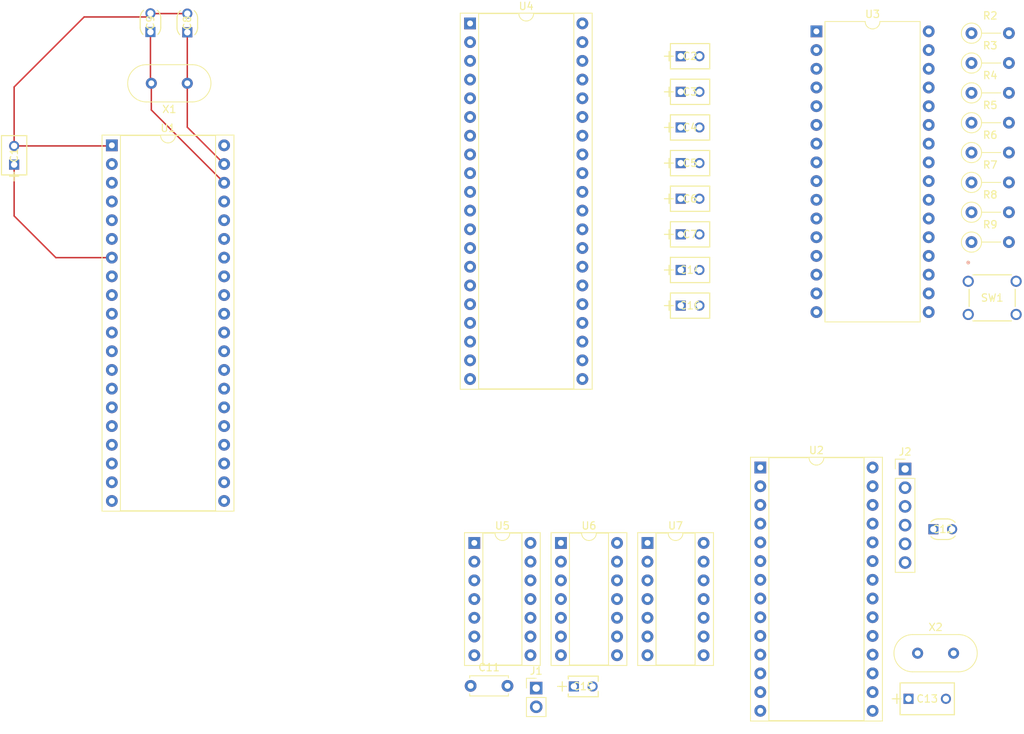
<source format=kicad_pcb>
(kicad_pcb (version 20240108) (generator "pcbnew") (generator_version "8.0")
  (layers (0 "F.Cu" signal) (31 "B.Cu" signal) (34 "B.Paste" user) (35 "F.Paste" user) (36 "B.SilkS" user "B.Silkscreen") (37 "F.SilkS" user "F.Silkscreen") (38 "B.Mask" user) (39 "F.Mask" user) (44 "Edge.Cuts" user))
  (net 0 "")
  (net 1 "+5V")
  (net 2 "GND")
  (net 3 "Net-(U1-XTAL)")
  (net 4 "Net-(U1-EXTAL)")
  (net 5 "Net-(C11-Pad1)")
  (net 7 "/RX")
  (net 8 "/RTS")
  (net 9 "/TX")
  (net 10 "/CTS")
  (net 11 "/D7")
  (net 13 "/A1")
  (net 14 "/D4")
  (net 15 "/D0")
  (net 16 "/D3")
  (net 17 "/A12")
  (net 18 "/A5")
  (net 19 "/A3")
  (net 20 "/A15")
  (net 21 "/A6")
  (net 23 "/D5")
  (net 24 "/D2")
  (net 25 "/A11")
  (net 26 "/A2")
  (net 27 "/R{slash}!W")
  (net 28 "/A7")
  (net 30 "/!RESET")
  (net 31 "/A10")
  (net 32 "/A14")
  (net 33 "/D1")
  (net 34 "/A0")
  (net 35 "/D6")
  (net 36 "/A9")
  (net 37 "/A4")
  (net 38 "/A13")
  (net 40 "Net-(U2-~{CS})")
  (net 41 "/!A15")
  (net 43 "Net-(U4-RCLK)")
  (net 44 "Net-(U4-XOUT)")
  (net 46 "Net-(U4-XIN)")
  (net 47 "Net-(U4-INTR)")
  (net 52 "Net-(U4-~{CS2})")
  (net 53 "Net-(U4-MR)")
  (net 70 "/A8")
  (net 71 "Net-(U4-~{DCD})")
  (net 72 "Net-(U4-CS0)")
  (net 73 "Net-(U1-MRDY)")
  (net 74 "Net-(U4-WR)")
  (net 75 "Net-(U3-A15)")
  (net 78 "Net-(U1-~{IRQ})")
  (footprint "Crystal:Crystal_HC49-U_Vertical" (layer "F.Cu") (at 139.11 102.34)
    (property "Reference" "X2" (at 2.44 -3.525 0) (layer "F.SilkS"))
    (property "Value" "1.8432 MHz")
    (pad "1" thru_hole circle (at 0 0) (size 1.5 1.5) (drill 0.8) (layers "*.Cu" "*.Mask") (net 46 "Net-(U4-XIN)"))
    (pad "2" thru_hole circle (at 4.88 0) (size 1.5 1.5) (drill 0.8) (layers "*.Cu" "*.Mask") (net 5 "Net-(C11-Pad1)"))
  )
  (footprint "Custom:CAP_C320C_MR_X7R_KEM" (layer "F.Cu") (at 16.5 36.04 90)
    (property "Reference" "C1" (at 1.27 0 90) (layer "F.SilkS"))
    (property "Value" "0.1uF")
    (pad "1" thru_hole rect (at 0 0 90) (size 1.3716 1.3716) (drill 0.8636) (layers "*.Cu" "*.Mask") (net 1 "+5V"))
    (pad "2" thru_hole circle (at 2.54 0 90) (size 1.3716 1.3716) (drill 0.8636) (layers "*.Cu" "*.Mask") (net 2 "GND"))
  )
  (footprint "Custom:CAP_C315C_MR_X7R_KEM" (layer "F.Cu") (at 92.461 106.8502)
    (property "Reference" "C15" (at 1.27 0 0) (layer "F.SilkS"))
    (property "Value" "0.01uF")
    (pad "1" thru_hole rect (at 0 0) (size 1.3716 1.3716) (drill 0.8636) (layers "*.Cu" "*.Mask") (net 1 "+5V"))
    (pad "2" thru_hole circle (at 2.54 0) (size 1.3716 1.3716) (drill 0.8636) (layers "*.Cu" "*.Mask") (net 2 "GND"))
  )
  (footprint "Package_DIP:DIP-40_W15.24mm_Socket" (layer "F.Cu") (at 29.76 33.42)
    (property "Reference" "U1" (at 7.62 -2.33 0) (layer "F.SilkS"))
    (property "Value" "63C09")
    (pad "1" thru_hole rect (at 0 0) (size 1.6 1.6) (drill 0.8) (layers "*.Cu" "*.Mask") (net 2 "GND"))
    (pad "2" thru_hole oval (at 0 2.54) (size 1.6 1.6) (drill 0.8) (layers "*.Cu" "*.Mask") (net 73 "Net-(U1-MRDY)"))
    (pad "3" thru_hole oval (at 0 5.08) (size 1.6 1.6) (drill 0.8) (layers "*.Cu" "*.Mask") (net 78 "Net-(U1-~{IRQ})"))
    (pad "4" thru_hole oval (at 0 7.62) (size 1.6 1.6) (drill 0.8) (layers "*.Cu" "*.Mask") (net 73 "Net-(U1-MRDY)"))
    (pad "5" thru_hole oval (at 0 10.16) (size 1.6 1.6) (drill 0.8) (layers "*.Cu" "*.Mask"))
    (pad "6" thru_hole oval (at 0 12.7) (size 1.6 1.6) (drill 0.8) (layers "*.Cu" "*.Mask"))
    (pad "7" thru_hole oval (at 0 15.24) (size 1.6 1.6) (drill 0.8) (layers "*.Cu" "*.Mask") (net 1 "+5V"))
    (pad "8" thru_hole oval (at 0 17.78) (size 1.6 1.6) (drill 0.8) (layers "*.Cu" "*.Mask") (net 34 "/A0"))
    (pad "9" thru_hole oval (at 0 20.32) (size 1.6 1.6) (drill 0.8) (layers "*.Cu" "*.Mask") (net 13 "/A1"))
    (pad "10" thru_hole oval (at 0 22.86) (size 1.6 1.6) (drill 0.8) (layers "*.Cu" "*.Mask") (net 26 "/A2"))
    (pad "11" thru_hole oval (at 0 25.4) (size 1.6 1.6) (drill 0.8) (layers "*.Cu" "*.Mask") (net 19 "/A3"))
    (pad "12" thru_hole oval (at 0 27.94) (size 1.6 1.6) (drill 0.8) (layers "*.Cu" "*.Mask") (net 37 "/A4"))
    (pad "13" thru_hole oval (at 0 30.48) (size 1.6 1.6) (drill 0.8) (layers "*.Cu" "*.Mask") (net 18 "/A5"))
    (pad "14" thru_hole oval (at 0 33.02) (size 1.6 1.6) (drill 0.8) (layers "*.Cu" "*.Mask") (net 21 "/A6"))
    (pad "15" thru_hole oval (at 0 35.56) (size 1.6 1.6) (drill 0.8) (layers "*.Cu" "*.Mask") (net 28 "/A7"))
    (pad "16" thru_hole oval (at 0 38.1) (size 1.6 1.6) (drill 0.8) (layers "*.Cu" "*.Mask") (net 70 "/A8"))
    (pad "17" thru_hole oval (at 0 40.64) (size 1.6 1.6) (drill 0.8) (layers "*.Cu" "*.Mask") (net 36 "/A9"))
    (pad "18" thru_hole oval (at 0 43.18) (size 1.6 1.6) (drill 0.8) (layers "*.Cu" "*.Mask") (net 31 "/A10"))
    (pad "19" thru_hole oval (at 0 45.72) (size 1.6 1.6) (drill 0.8) (layers "*.Cu" "*.Mask") (net 25 "/A11"))
    (pad "20" thru_hole oval (at 0 48.26) (size 1.6 1.6) (drill 0.8) (layers "*.Cu" "*.Mask") (net 17 "/A12"))
    (pad "21" thru_hole oval (at 15.24 48.26) (size 1.6 1.6) (drill 0.8) (layers "*.Cu" "*.Mask") (net 38 "/A13"))
    (pad "22" thru_hole oval (at 15.24 45.72) (size 1.6 1.6) (drill 0.8) (layers "*.Cu" "*.Mask") (net 32 "/A14"))
    (pad "23" thru_hole oval (at 15.24 43.18) (size 1.6 1.6) (drill 0.8) (layers "*.Cu" "*.Mask") (net 20 "/A15"))
    (pad "24" thru_hole oval (at 15.24 40.64) (size 1.6 1.6) (drill 0.8) (layers "*.Cu" "*.Mask") (net 11 "/D7"))
    (pad "25" thru_hole oval (at 15.24 38.1) (size 1.6 1.6) (drill 0.8) (layers "*.Cu" "*.Mask") (net 35 "/D6"))
    (pad "26" thru_hole oval (at 15.24 35.56) (size 1.6 1.6) (drill 0.8) (layers "*.Cu" "*.Mask") (net 23 "/D5"))
    (pad "27" thru_hole oval (at 15.24 33.02) (size 1.6 1.6) (drill 0.8) (layers "*.Cu" "*.Mask") (net 14 "/D4"))
    (pad "28" thru_hole oval (at 15.24 30.48) (size 1.6 1.6) (drill 0.8) (layers "*.Cu" "*.Mask") (net 16 "/D3"))
    (pad "29" thru_hole oval (at 15.24 27.94) (size 1.6 1.6) (drill 0.8) (layers "*.Cu" "*.Mask") (net 24 "/D2"))
    (pad "30" thru_hole oval (at 15.24 25.4) (size 1.6 1.6) (drill 0.8) (layers "*.Cu" "*.Mask") (net 33 "/D1"))
    (pad "31" thru_hole oval (at 15.24 22.86) (size 1.6 1.6) (drill 0.8) (layers "*.Cu" "*.Mask") (net 15 "/D0"))
    (pad "32" thru_hole oval (at 15.24 20.32) (size 1.6 1.6) (drill 0.8) (layers "*.Cu" "*.Mask") (net 27 "/R{slash}!W"))
    (pad "33" thru_hole oval (at 15.24 17.78) (size 1.6 1.6) (drill 0.8) (layers "*.Cu" "*.Mask") (net 73 "Net-(U1-MRDY)"))
    (pad "34" thru_hole oval (at 15.24 15.24) (size 1.6 1.6) (drill 0.8) (layers "*.Cu" "*.Mask"))
    (pad "35" thru_hole oval (at 15.24 12.7) (size 1.6 1.6) (drill 0.8) (layers "*.Cu" "*.Mask"))
    (pad "36" thru_hole oval (at 15.24 10.16) (size 1.6 1.6) (drill 0.8) (layers "*.Cu" "*.Mask") (net 73 "Net-(U1-MRDY)"))
    (pad "37" thru_hole oval (at 15.24 7.62) (size 1.6 1.6) (drill 0.8) (layers "*.Cu" "*.Mask") (net 30 "/!RESET"))
    (pad "38" thru_hole oval (at 15.24 5.08) (size 1.6 1.6) (drill 0.8) (layers "*.Cu" "*.Mask") (net 4 "Net-(U1-EXTAL)"))
    (pad "39" thru_hole oval (at 15.24 2.54) (size 1.6 1.6) (drill 0.8) (layers "*.Cu" "*.Mask") (net 3 "Net-(U1-XTAL)"))
    (pad "40" thru_hole oval (at 15.24 0) (size 1.6 1.6) (drill 0.8) (layers "*.Cu" "*.Mask") (net 73 "Net-(U1-MRDY)"))
  )
  (footprint "Resistor_THT:R_Axial_DIN0207_L6.3mm_D2.5mm_P5.08mm_Vertical" (layer "F.Cu") (at 146.42 46.55)
    (property "Reference" "R9" (at 2.54 -2.37 0) (layer "F.SilkS"))
    (property "Value" "100K")
    (pad "1" thru_hole circle (at 0 0) (size 1.6 1.6) (drill 0.8) (layers "*.Cu" "*.Mask") (net 30 "/!RESET"))
    (pad "2" thru_hole oval (at 5.08 0) (size 1.6 1.6) (drill 0.8) (layers "*.Cu" "*.Mask") (net 1 "+5V"))
  )
  (footprint "Resistor_THT:R_Axial_DIN0207_L6.3mm_D2.5mm_P5.08mm_Vertical" (layer "F.Cu") (at 146.42 30.35)
    (property "Reference" "R5" (at 2.54 -2.37 0) (layer "F.SilkS"))
    (property "Value" "100K")
    (pad "1" thru_hole circle (at 0 0) (size 1.6 1.6) (drill 0.8) (layers "*.Cu" "*.Mask") (net 72 "Net-(U4-CS0)"))
    (pad "2" thru_hole oval (at 5.08 0) (size 1.6 1.6) (drill 0.8) (layers "*.Cu" "*.Mask") (net 1 "+5V"))
  )
  (footprint "Package_DIP:DIP-14_W7.62mm_Socket" (layer "F.Cu") (at 102.45 87.375)
    (property "Reference" "U7" (at 3.81 -2.33 0) (layer "F.SilkS"))
    (property "Value" "74HCT30")
    (pad "1" thru_hole rect (at 0 0) (size 1.6 1.6) (drill 0.8) (layers "*.Cu" "*.Mask") (net 70 "/A8"))
    (pad "2" thru_hole oval (at 0 2.54) (size 1.6 1.6) (drill 0.8) (layers "*.Cu" "*.Mask") (net 36 "/A9"))
    (pad "3" thru_hole oval (at 0 5.08) (size 1.6 1.6) (drill 0.8) (layers "*.Cu" "*.Mask") (net 31 "/A10"))
    (pad "4" thru_hole oval (at 0 7.62) (size 1.6 1.6) (drill 0.8) (layers "*.Cu" "*.Mask") (net 25 "/A11"))
    (pad "5" thru_hole oval (at 0 10.16) (size 1.6 1.6) (drill 0.8) (layers "*.Cu" "*.Mask") (net 17 "/A12"))
    (pad "6" thru_hole oval (at 0 12.7) (size 1.6 1.6) (drill 0.8) (layers "*.Cu" "*.Mask") (net 38 "/A13"))
    (pad "7" thru_hole oval (at 0 15.24) (size 1.6 1.6) (drill 0.8) (layers "*.Cu" "*.Mask") (net 2 "GND"))
    (pad "8" thru_hole oval (at 7.62 15.24) (size 1.6 1.6) (drill 0.8) (layers "*.Cu" "*.Mask") (net 52 "Net-(U4-~{CS2})"))
    (pad "9" thru_hole oval (at 7.62 12.7) (size 1.6 1.6) (drill 0.8) (layers "*.Cu" "*.Mask"))
    (pad "10" thru_hole oval (at 7.62 10.16) (size 1.6 1.6) (drill 0.8) (layers "*.Cu" "*.Mask"))
    (pad "11" thru_hole oval (at 7.62 7.62) (size 1.6 1.6) (drill 0.8) (layers "*.Cu" "*.Mask") (net 32 "/A14"))
    (pad "12" thru_hole oval (at 7.62 5.08) (size 1.6 1.6) (drill 0.8) (layers "*.Cu" "*.Mask") (net 41 "/!A15"))
    (pad "13" thru_hole oval (at 7.62 2.54) (size 1.6 1.6) (drill 0.8) (layers "*.Cu" "*.Mask"))
    (pad "14" thru_hole oval (at 7.62 0) (size 1.6 1.6) (drill 0.8) (layers "*.Cu" "*.Mask") (net 1 "+5V"))
  )
  (footprint "Custom:CAP_C320C_MR_X7R_KEM" (layer "F.Cu") (at 106.96 40.6646)
    (property "Reference" "C6" (at 1.27 0 0) (layer "F.SilkS"))
    (property "Value" "0.1uF")
    (pad "1" thru_hole rect (at 0 0) (size 1.3716 1.3716) (drill 0.8636) (layers "*.Cu" "*.Mask") (net 1 "+5V"))
    (pad "2" thru_hole circle (at 2.54 0) (size 1.3716 1.3716) (drill 0.8636) (layers "*.Cu" "*.Mask") (net 2 "GND"))
  )
  (footprint "Custom:CAP_C317_KEM" (layer "F.Cu") (at 35 16.77 90)
    (property "Reference" "C9" (at 0 0 90) (layer "F.SilkS"))
    (property "Value" "24pF")
    (pad "1" thru_hole rect (at -1.27 0 90) (size 1.3716 1.3716) (drill 0.8636) (layers "*.Cu" "*.Mask") (net 4 "Net-(U1-EXTAL)"))
    (pad "2" thru_hole circle (at 1.27 0 90) (size 1.3716 1.3716) (drill 0.8636) (layers "*.Cu" "*.Mask") (net 2 "GND"))
  )
  (footprint "Custom:CAP_C320C_MR_X7R_KEM" (layer "F.Cu") (at 106.96 45.5)
    (property "Reference" "C7" (at 1.27 0 0) (layer "F.SilkS"))
    (property "Value" "0.1uF")
    (pad "1" thru_hole rect (at 0 0) (size 1.3716 1.3716) (drill 0.8636) (layers "*.Cu" "*.Mask") (net 1 "+5V"))
    (pad "2" thru_hole circle (at 2.54 0) (size 1.3716 1.3716) (drill 0.8636) (layers "*.Cu" "*.Mask") (net 2 "GND"))
  )
  (footprint "Resistor_THT:R_Axial_DIN0207_L6.3mm_D2.5mm_P5.08mm_Vertical" (layer "F.Cu") (at 146.42 18.2)
    (property "Reference" "R2" (at 2.54 -2.37 0) (layer "F.SilkS"))
    (property "Value" "1.5k")
    (pad "1" thru_hole circle (at 0 0) (size 1.6 1.6) (drill 0.8) (layers "*.Cu" "*.Mask") (net 5 "Net-(C11-Pad1)"))
    (pad "2" thru_hole oval (at 5.08 0) (size 1.6 1.6) (drill 0.8) (layers "*.Cu" "*.Mask") (net 44 "Net-(U4-XOUT)"))
  )
  (footprint "Resistor_THT:R_Axial_DIN0207_L6.3mm_D2.5mm_P5.08mm_Vertical" (layer "F.Cu") (at 146.42 22.25)
    (property "Reference" "R3" (at 2.54 -2.37 0) (layer "F.SilkS"))
    (property "Value" "1M")
    (pad "1" thru_hole circle (at 0 0) (size 1.6 1.6) (drill 0.8) (layers "*.Cu" "*.Mask") (net 46 "Net-(U4-XIN)"))
    (pad "2" thru_hole oval (at 5.08 0) (size 1.6 1.6) (drill 0.8) (layers "*.Cu" "*.Mask") (net 5 "Net-(C11-Pad1)"))
  )
  (footprint "Resistor_THT:R_Axial_DIN0207_L6.3mm_D2.5mm_P5.08mm_Vertical" (layer "F.Cu") (at 146.42 38.45)
    (property "Reference" "R7" (at 2.54 -2.37 0) (layer "F.SilkS"))
    (property "Value" "100K")
    (pad "1" thru_hole circle (at 0 0) (size 1.6 1.6) (drill 0.8) (layers "*.Cu" "*.Mask") (net 2 "GND"))
    (pad "2" thru_hole oval (at 5.08 0) (size 1.6 1.6) (drill 0.8) (layers "*.Cu" "*.Mask") (net 74 "Net-(U4-WR)"))
  )
  (footprint "Package_DIP:DIP-14_W7.62mm_Socket" (layer "F.Cu") (at 90.7 87.375)
    (property "Reference" "U6" (at 3.81 -2.33 0) (layer "F.SilkS"))
    (property "Value" "74HCT32")
    (pad "1" thru_hole rect (at 0 0) (size 1.6 1.6) (drill 0.8) (layers "*.Cu" "*.Mask") (net 20 "/A15"))
    (pad "2" thru_hole oval (at 0 2.54) (size 1.6 1.6) (drill 0.8) (layers "*.Cu" "*.Mask") (net 70 "/A8"))
    (pad "3" thru_hole oval (at 0 5.08) (size 1.6 1.6) (drill 0.8) (layers "*.Cu" "*.Mask") (net 40 "Net-(U2-~{CS})"))
    (pad "4" thru_hole oval (at 0 7.62) (size 1.6 1.6) (drill 0.8) (layers "*.Cu" "*.Mask"))
    (pad "5" thru_hole oval (at 0 10.16) (size 1.6 1.6) (drill 0.8) (layers "*.Cu" "*.Mask"))
    (pad "6" thru_hole oval (at 0 12.7) (size 1.6 1.6) (drill 0.8) (layers "*.Cu" "*.Mask"))
    (pad "7" thru_hole oval (at 0 15.24) (size 1.6 1.6) (drill 0.8) (layers "*.Cu" "*.Mask") (net 2 "GND"))
    (pad "8" thru_hole oval (at 7.62 15.24) (size 1.6 1.6) (drill 0.8) (layers "*.Cu" "*.Mask"))
    (pad "9" thru_hole oval (at 7.62 12.7) (size 1.6 1.6) (drill 0.8) (layers "*.Cu" "*.Mask"))
    (pad "10" thru_hole oval (at 7.62 10.16) (size 1.6 1.6) (drill 0.8) (layers "*.Cu" "*.Mask"))
    (pad "11" thru_hole oval (at 7.62 7.62) (size 1.6 1.6) (drill 0.8) (layers "*.Cu" "*.Mask"))
    (pad "12" thru_hole oval (at 7.62 5.08) (size 1.6 1.6) (drill 0.8) (layers "*.Cu" "*.Mask"))
    (pad "13" thru_hole oval (at 7.62 2.54) (size 1.6 1.6) (drill 0.8) (layers "*.Cu" "*.Mask"))
    (pad "14" thru_hole oval (at 7.62 0) (size 1.6 1.6) (drill 0.8) (layers "*.Cu" "*.Mask") (net 1 "+5V"))
  )
  (footprint "Connector_PinHeader_2.54mm:PinHeader_1x06_P2.54mm_Vertical" (layer "F.Cu") (at 137.41 77.34)
    (property "Reference" "J2" (at 0 -2.33 0) (layer "F.SilkS"))
    (property "Value" "FTDI")
    (pad "1" thru_hole rect (at 0 0) (size 1.7 1.7) (drill 1) (layers "*.Cu" "*.Mask") (net 2 "GND"))
    (pad "2" thru_hole oval (at 0 2.54) (size 1.7 1.7) (drill 1) (layers "*.Cu" "*.Mask") (net 10 "/CTS"))
    (pad "3" thru_hole oval (at 0 5.08) (size 1.7 1.7) (drill 1) (layers "*.Cu" "*.Mask") (net 1 "+5V"))
    (pad "4" thru_hole oval (at 0 7.62) (size 1.7 1.7) (drill 1) (layers "*.Cu" "*.Mask") (net 9 "/TX"))
    (pad "5" thru_hole oval (at 0 10.16) (size 1.7 1.7) (drill 1) (layers "*.Cu" "*.Mask") (net 7 "/RX"))
    (pad "6" thru_hole oval (at 0 12.7) (size 1.7 1.7) (drill 1) (layers "*.Cu" "*.Mask") (net 8 "/RTS"))
  )
  (footprint "Custom:CAP_C320C_MR_X7R_KEM" (layer "F.Cu") (at 106.96 55.1708)
    (property "Reference" "C16" (at 1.27 0 0) (layer "F.SilkS"))
    (property "Value" "0.1uF")
    (pad "1" thru_hole rect (at 0 0) (size 1.3716 1.3716) (drill 0.8636) (layers "*.Cu" "*.Mask") (net 2 "GND"))
    (pad "2" thru_hole circle (at 2.54 0) (size 1.3716 1.3716) (drill 0.8636) (layers "*.Cu" "*.Mask") (net 30 "/!RESET"))
  )
  (footprint "Custom:CAP_C330C_MR_X7R_KEM" (layer "F.Cu") (at 137.871 108.5272)
    (property "Reference" "C13" (at 2.54 0 0) (layer "F.SilkS"))
    (property "Value" "1uF")
    (pad "1" thru_hole rect (at 0 0) (size 1.3716 1.3716) (drill 0.8636) (layers "*.Cu" "*.Mask") (net 1 "+5V"))
    (pad "2" thru_hole circle (at 5.08 0) (size 1.3716 1.3716) (drill 0.8636) (layers "*.Cu" "*.Mask") (net 2 "GND"))
  )
  (footprint "Custom:SW_B3F-1000_OMR" (layer "F.Cu") (at 145.979198 51.869)
    (property "Reference" "SW1" (at 3.250001 2.250001 0) (layer "F.SilkS"))
    (property "Value" "B3F-1000")
    (pad "1" thru_hole circle (at 0 0) (size 1.507998 1.507998) (drill 0.999998) (layers "*.Cu" "*.Mask") (net 1 "+5V"))
    (pad "2" thru_hole circle (at 6.500002 0) (size 1.507998 1.507998) (drill 0.999998) (layers "*.Cu" "*.Mask"))
    (pad "3" thru_hole circle (at 0 4.500001) (size 1.507998 1.507998) (drill 0.999998) (layers "*.Cu" "*.Mask"))
    (pad "4" thru_hole circle (at 6.500002 4.500001) (size 1.507998 1.507998) (drill 0.999998) (layers "*.Cu" "*.Mask") (net 2 "GND"))
  )
  (footprint "Custom:CAP_C317_KEM" (layer "F.Cu") (at 142.521 85.516)
    (property "Reference" "C12" (at 0 0 0) (layer "F.SilkS"))
    (property "Value" "18pF")
    (pad "1" thru_hole rect (at -1.27 0) (size 1.3716 1.3716) (drill 0.8636) (layers "*.Cu" "*.Mask") (net 46 "Net-(U4-XIN)"))
    (pad "2" thru_hole circle (at 1.27 0) (size 1.3716 1.3716) (drill 0.8636) (layers "*.Cu" "*.Mask") (net 2 "GND"))
  )
  (footprint "Custom:CAP_C320C_MR_X7R_KEM" (layer "F.Cu") (at 106.96 30.9938)
    (property "Reference" "C4" (at 1.27 0 0) (layer "F.SilkS"))
    (property "Value" "0.1uF")
    (pad "1" thru_hole rect (at 0 0) (size 1.3716 1.3716) (drill 0.8636) (layers "*.Cu" "*.Mask") (net 1 "+5V"))
    (pad "2" thru_hole circle (at 2.54 0) (size 1.3716 1.3716) (drill 0.8636) (layers "*.Cu" "*.Mask") (net 2 "GND"))
  )
  (footprint "Capacitor_THT:C_Disc_D5.0mm_W2.5mm_P5.00mm" (layer "F.Cu") (at 78.45 106.775)
    (property "Reference" "C11" (at 2.5 -2.5 0) (layer "F.SilkS"))
    (property "Value" "47pF")
    (pad "1" thru_hole circle (at 0 0) (size 1.6 1.6) (drill 0.8) (layers "*.Cu" "*.Mask") (net 5 "Net-(C11-Pad1)"))
    (pad "2" thru_hole circle (at 5 0) (size 1.6 1.6) (drill 0.8) (layers "*.Cu" "*.Mask") (net 2 "GND"))
  )
  (footprint "Connector_PinHeader_2.54mm:PinHeader_1x02_P2.54mm_Vertical" (layer "F.Cu") (at 87.35 107.075)
    (property "Reference" "J1" (at 0 -2.33 0) (layer "F.SilkS"))
    (property "Value" "PWR")
    (pad "1" thru_hole rect (at 0 0) (size 1.7 1.7) (drill 1) (layers "*.Cu" "*.Mask") (net 1 "+5V"))
    (pad "2" thru_hole oval (at 0 2.54) (size 1.7 1.7) (drill 1) (layers "*.Cu" "*.Mask") (net 2 "GND"))
  )
  (footprint "Custom:CAP_C320C_MR_X7R_KEM" (layer "F.Cu") (at 106.96 21.323)
    (property "Reference" "C2" (at 1.27 0 0) (layer "F.SilkS"))
    (property "Value" "0.1uF")
    (pad "1" thru_hole rect (at 0 0) (size 1.3716 1.3716) (drill 0.8636) (layers "*.Cu" "*.Mask") (net 1 "+5V"))
    (pad "2" thru_hole circle (at 2.54 0) (size 1.3716 1.3716) (drill 0.8636) (layers "*.Cu" "*.Mask") (net 2 "GND"))
  )
  (footprint "Custom:CAP_C320C_MR_X7R_KEM" (layer "F.Cu") (at 106.96 35.8292)
    (property "Reference" "C5" (at 1.27 0 0) (layer "F.SilkS"))
    (property "Value" "0.1uF")
    (pad "1" thru_hole rect (at 0 0) (size 1.3716 1.3716) (drill 0.8636) (layers "*.Cu" "*.Mask") (net 1 "+5V"))
    (pad "2" thru_hole circle (at 2.54 0) (size 1.3716 1.3716) (drill 0.8636) (layers "*.Cu" "*.Mask") (net 2 "GND"))
  )
  (footprint "Package_DIP:DIP-28_W15.24mm_Socket" (layer "F.Cu") (at 117.76 77.14)
    (property "Reference" "U2" (at 7.62 -2.33 0) (layer "F.SilkS"))
    (property "Value" "62256")
    (pad "1" thru_hole rect (at 0 0) (size 1.6 1.6) (drill 0.8) (layers "*.Cu" "*.Mask") (net 32 "/A14"))
    (pad "2" thru_hole oval (at 0 2.54) (size 1.6 1.6) (drill 0.8) (layers "*.Cu" "*.Mask") (net 17 "/A12"))
    (pad "3" thru_hole oval (at 0 5.08) (size 1.6 1.6) (drill 0.8) (layers "*.Cu" "*.Mask") (net 28 "/A7"))
    (pad "4" thru_hole oval (at 0 7.62) (size 1.6 1.6) (drill 0.8) (layers "*.Cu" "*.Mask") (net 21 "/A6"))
    (pad "5" thru_hole oval (at 0 10.16) (size 1.6 1.6) (drill 0.8) (layers "*.Cu" "*.Mask") (net 18 "/A5"))
    (pad "6" thru_hole oval (at 0 12.7) (size 1.6 1.6) (drill 0.8) (layers "*.Cu" "*.Mask") (net 37 "/A4"))
    (pad "7" thru_hole oval (at 0 15.24) (size 1.6 1.6) (drill 0.8) (layers "*.Cu" "*.Mask") (net 19 "/A3"))
    (pad "8" thru_hole oval (at 0 17.78) (size 1.6 1.6) (drill 0.8) (layers "*.Cu" "*.Mask") (net 26 "/A2"))
    (pad "9" thru_hole oval (at 0 20.32) (size 1.6 1.6) (drill 0.8) (layers "*.Cu" "*.Mask") (net 13 "/A1"))
    (pad "10" thru_hole oval (at 0 22.86) (size 1.6 1.6) (drill 0.8) (layers "*.Cu" "*.Mask") (net 34 "/A0"))
    (pad "11" thru_hole oval (at 0 25.4) (size 1.6 1.6) (drill 0.8) (layers "*.Cu" "*.Mask") (net 15 "/D0"))
    (pad "12" thru_hole oval (at 0 27.94) (size 1.6 1.6) (drill 0.8) (layers "*.Cu" "*.Mask") (net 33 "/D1"))
    (pad "13" thru_hole oval (at 0 30.48) (size 1.6 1.6) (drill 0.8) (layers "*.Cu" "*.Mask") (net 24 "/D2"))
    (pad "14" thru_hole oval (at 0 33.02) (size 1.6 1.6) (drill 0.8) (layers "*.Cu" "*.Mask") (net 2 "GND"))
    (pad "15" thru_hole oval (at 15.24 33.02) (size 1.6 1.6) (drill 0.8) (layers "*.Cu" "*.Mask") (net 16 "/D3"))
    (pad "16" thru_hole oval (at 15.24 30.48) (size 1.6 1.6) (drill 0.8) (layers "*.Cu" "*.Mask") (net 14 "/D4"))
    (pad "17" thru_hole oval (at 15.24 27.94) (size 1.6 1.6) (drill 0.8) (layers "*.Cu" "*.Mask") (net 23 "/D5"))
    (pad "18" thru_hole oval (at 15.24 25.4) (size 1.6 1.6) (drill 0.8) (layers "*.Cu" "*.Mask") (net 35 "/D6"))
    (pad "19" thru_hole oval (at 15.24 22.86) (size 1.6 1.6) (drill 0.8) (layers "*.Cu" "*.Mask") (net 11 "/D7"))
    (pad "20" thru_hole oval (at 15.24 20.32) (size 1.6 1.6) (drill 0.8) (layers "*.Cu" "*.Mask") (net 40 "Net-(U2-~{CS})"))
    (pad "21" thru_hole oval (at 15.24 17.78) (size 1.6 1.6) (drill 0.8) (layers "*.Cu" "*.Mask") (net 31 "/A10"))
    (pad "22" thru_hole oval (at 15.24 15.24) (size 1.6 1.6) (drill 0.8) (layers "*.Cu" "*.Mask") (net 40 "Net-(U2-~{CS})"))
    (pad "23" thru_hole oval (at 15.24 12.7) (size 1.6 1.6) (drill 0.8) (layers "*.Cu" "*.Mask") (net 25 "/A11"))
    (pad "24" thru_hole oval (at 15.24 10.16) (size 1.6 1.6) (drill 0.8) (layers "*.Cu" "*.Mask") (net 36 "/A9"))
    (pad "25" thru_hole oval (at 15.24 7.62) (size 1.6 1.6) (drill 0.8) (layers "*.Cu" "*.Mask") (net 70 "/A8"))
    (pad "26" thru_hole oval (at 15.24 5.08) (size 1.6 1.6) (drill 0.8) (layers "*.Cu" "*.Mask") (net 38 "/A13"))
    (pad "27" thru_hole oval (at 15.24 2.54) (size 1.6 1.6) (drill 0.8) (layers "*.Cu" "*.Mask") (net 27 "/R{slash}!W"))
    (pad "28" thru_hole oval (at 15.24 0) (size 1.6 1.6) (drill 0.8) (layers "*.Cu" "*.Mask") (net 1 "+5V"))
  )
  (footprint "Crystal:Crystal_HC49-U_Vertical" (layer "F.Cu") (at 40 25 180)
    (property "Reference" "X1" (at 2.44 -3.525 0) (layer "F.SilkS"))
    (property "Value" "12MHz")
    (pad "1" thru_hole circle (at 0 0 180) (size 1.5 1.5) (drill 0.8) (layers "*.Cu" "*.Mask") (net 3 "Net-(U1-XTAL)"))
    (pad "2" thru_hole circle (at 4.88 0 180) (size 1.5 1.5) (drill 0.8) (layers "*.Cu" "*.Mask") (net 4 "Net-(U1-EXTAL)"))
  )
  (footprint "Custom:CAP_C317_KEM" (layer "F.Cu") (at 40 16.81 90)
    (property "Reference" "C8" (at 0 0 90) (layer "F.SilkS"))
    (property "Value" "24pF")
    (pad "1" thru_hole rect (at -1.27 0 90) (size 1.3716 1.3716) (drill 0.8636) (layers "*.Cu" "*.Mask") (net 3 "Net-(U1-XTAL)"))
    (pad "2" thru_hole circle (at 1.27 0 90) (size 1.3716 1.3716) (drill 0.8636) (layers "*.Cu" "*.Mask") (net 2 "GND"))
  )
  (footprint "Package_DIP:DIP-14_W7.62mm_Socket" (layer "F.Cu") (at 78.95 87.375)
    (property "Reference" "U5" (at 3.81 -2.33 0) (layer "F.SilkS"))
    (property "Value" "74HCT04")
    (pad "1" thru_hole rect (at 0 0) (size 1.6 1.6) (drill 0.8) (layers "*.Cu" "*.Mask") (net 30 "/!RESET"))
    (pad "2" thru_hole oval (at 0 2.54) (size 1.6 1.6) (drill 0.8) (layers "*.Cu" "*.Mask") (net 53 "Net-(U4-MR)"))
    (pad "3" thru_hole oval (at 0 5.08) (size 1.6 1.6) (drill 0.8) (layers "*.Cu" "*.Mask") (net 47 "Net-(U4-INTR)"))
    (pad "4" thru_hole oval (at 0 7.62) (size 1.6 1.6) (drill 0.8) (layers "*.Cu" "*.Mask") (net 78 "Net-(U1-~{IRQ})"))
    (pad "5" thru_hole oval (at 0 10.16) (size 1.6 1.6) (drill 0.8) (layers "*.Cu" "*.Mask") (net 20 "/A15"))
    (pad "6" thru_hole oval (at 0 12.7) (size 1.6 1.6) (drill 0.8) (layers "*.Cu" "*.Mask") (net 41 "/!A15"))
    (pad "7" thru_hole oval (at 0 15.24) (size 1.6 1.6) (drill 0.8) (layers "*.Cu" "*.Mask") (net 2 "GND"))
    (pad "8" thru_hole oval (at 7.62 15.24) (size 1.6 1.6) (drill 0.8) (layers "*.Cu" "*.Mask"))
    (pad "9" thru_hole oval (at 7.62 12.7) (size 1.6 1.6) (drill 0.8) (layers "*.Cu" "*.Mask"))
    (pad "10" thru_hole oval (at 7.62 10.16) (size 1.6 1.6) (drill 0.8) (layers "*.Cu" "*.Mask"))
    (pad "11" thru_hole oval (at 7.62 7.62) (size 1.6 1.6) (drill 0.8) (layers "*.Cu" "*.Mask"))
    (pad "12" thru_hole oval (at 7.62 5.08) (size 1.6 1.6) (drill 0.8) (layers "*.Cu" "*.Mask"))
    (pad "13" thru_hole oval (at 7.62 2.54) (size 1.6 1.6) (drill 0.8) (layers "*.Cu" "*.Mask"))
    (pad "14" thru_hole oval (at 7.62 0) (size 1.6 1.6) (drill 0.8) (layers "*.Cu" "*.Mask") (net 1 "+5V"))
  )
  (footprint "Resistor_THT:R_Axial_DIN0207_L6.3mm_D2.5mm_P5.08mm_Vertical" (layer "F.Cu") (at 146.42 42.5)
    (property "Reference" "R8" (at 2.54 -2.37 0) (layer "F.SilkS"))
    (property "Value" "100K")
    (pad "1" thru_hole circle (at 0 0) (size 1.6 1.6) (drill 0.8) (layers "*.Cu" "*.Mask") (net 2 "GND"))
    (pad "2" thru_hole oval (at 5.08 0) (size 1.6 1.6) (drill 0.8) (layers "*.Cu" "*.Mask") (net 75 "Net-(U3-A15)"))
  )
  (footprint "Package_DIP:DIP-32_W15.24mm" (layer "F.Cu") (at 125.375 17.95)
    (property "Reference" "U3" (at 7.62 -2.33 0) (layer "F.SilkS"))
    (property "Value" "39FS010")
    (pad "1" thru_hole rect (at 0 0) (size 1.6 1.6) (drill 0.8) (layers "*.Cu" "*.Mask"))
    (pad "2" thru_hole oval (at 0 2.54) (size 1.6 1.6) (drill 0.8) (layers "*.Cu" "*.Mask") (net 75 "Net-(U3-A15)"))
    (pad "3" thru_hole oval (at 0 5.08) (size 1.6 1.6) (drill 0.8) (layers "*.Cu" "*.Mask") (net 75 "Net-(U3-A15)"))
    (pad "4" thru_hole oval (at 0 7.62) (size 1.6 1.6) (drill 0.8) (layers "*.Cu" "*.Mask") (net 17 "/A12"))
    (pad "5" thru_hole oval (at 0 10.16) (size 1.6 1.6) (drill 0.8) (layers "*.Cu" "*.Mask") (net 28 "/A7"))
    (pad "6" thru_hole oval (at 0 12.7) (size 1.6 1.6) (drill 0.8) (layers "*.Cu" "*.Mask") (net 21 "/A6"))
    (pad "7" thru_hole oval (at 0 15.24) (size 1.6 1.6) (drill 0.8) (layers "*.Cu" "*.Mask") (net 18 "/A5"))
    (pad "8" thru_hole oval (at 0 17.78) (size 1.6 1.6) (drill 0.8) (layers "*.Cu" "*.Mask") (net 37 "/A4"))
    (pad "9" thru_hole oval (at 0 20.32) (size 1.6 1.6) (drill 0.8) (layers "*.Cu" "*.Mask") (net 19 "/A3"))
    (pad "10" thru_hole oval (at 0 22.86) (size 1.6 1.6) (drill 0.8) (layers "*.Cu" "*.Mask") (net 26 "/A2"))
    (pad "11" thru_hole oval (at 0 25.4) (size 1.6 1.6) (drill 0.8) (layers "*.Cu" "*.Mask") (net 13 "/A1"))
    (pad "12" thru_hole oval (at 0 27.94) (size 1.6 1.6) (drill 0.8) (layers "*.Cu" "*.Mask") (net 34 "/A0"))
    (pad "13" thru_hole oval (at 0 30.48) (size 1.6 1.6) (drill 0.8) (layers "*.Cu" "*.Mask") (net 15 "/D0"))
    (pad "14" thru_hole oval (at 0 33.02) (size 1.6 1.6) (drill 0.8) (layers "*.Cu" "*.Mask") (net 33 "/D1"))
    (pad "15" thru_hole oval (at 0 35.56) (size 1.6 1.6) (drill 0.8) (layers "*.Cu" "*.Mask") (net 24 "/D2"))
    (pad "16" thru_hole oval (at 0 38.1) (size 1.6 1.6) (drill 0.8) (layers "*.Cu" "*.Mask") (net 2 "GND"))
    (pad "17" thru_hole oval (at 15.24 38.1) (size 1.6 1.6) (drill 0.8) (layers "*.Cu" "*.Mask") (net 16 "/D3"))
    (pad "18" thru_hole oval (at 15.24 35.56) (size 1.6 1.6) (drill 0.8) (layers "*.Cu" "*.Mask") (net 14 "/D4"))
    (pad "19" thru_hole oval (at 15.24 33.02) (size 1.6 1.6) (drill 0.8) (layers "*.Cu" "*.Mask") (net 23 "/D5"))
    (pad "20" thru_hole oval (at 15.24 30.48) (size 1.6 1.6) (drill 0.8) (layers "*.Cu" "*.Mask") (net 35 "/D6"))
    (pad "21" thru_hole oval (at 15.24 27.94) (size 1.6 1.6) (drill 0.8) (layers "*.Cu" "*.Mask") (net 11 "/D7"))
    (pad "22" thru_hole oval (at 15.24 25.4) (size 1.6 1.6) (drill 0.8) (layers "*.Cu" "*.Mask") (net 41 "/!A15"))
    (pad "23" thru_hole oval (at 15.24 22.86) (size 1.6 1.6) (drill 0.8) (layers "*.Cu" "*.Mask") (net 31 "/A10"))
    (pad "24" thru_hole oval (at 15.24 20.32) (size 1.6 1.6) (drill 0.8) (layers "*.Cu" "*.Mask") (net 41 "/!A15"))
    (pad "25" thru_hole oval (at 15.24 17.78) (size 1.6 1.6) (drill 0.8) (layers "*.Cu" "*.Mask") (net 25 "/A11"))
    (pad "26" thru_hole oval (at 15.24 15.24) (size 1.6 1.6) (drill 0.8) (layers "*.Cu" "*.Mask") (net 36 "/A9"))
    (pad "27" thru_hole oval (at 15.24 12.7) (size 1.6 1.6) (drill 0.8) (layers "*.Cu" "*.Mask") (net 70 "/A8"))
    (pad "28" thru_hole oval (at 15.24 10.16) (size 1.6 1.6) (drill 0.8) (layers "*.Cu" "*.Mask") (net 38 "/A13"))
    (pad "29" thru_hole oval (at 15.24 7.62) (size 1.6 1.6) (drill 0.8) (layers "*.Cu" "*.Mask") (net 32 "/A14"))
    (pad "30" thru_hole oval (at 15.24 5.08) (size 1.6 1.6) (drill 0.8) (layers "*.Cu" "*.Mask"))
    (pad "31" thru_hole oval (at 15.24 2.54) (size 1.6 1.6) (drill 0.8) (layers "*.Cu" "*.Mask") (net 27 "/R{slash}!W"))
    (pad "32" thru_hole oval (at 15.24 0) (size 1.6 1.6) (drill 0.8) (layers "*.Cu" "*.Mask") (net 1 "+5V"))
  )
  (footprint "Custom:CAP_C320C_MR_X7R_KEM" (layer "F.Cu") (at 106.96 50.3354)
    (property "Reference" "C14" (at 1.27 0 0) (layer "F.SilkS"))
    (property "Value" "0.1uF")
    (pad "1" thru_hole rect (at 0 0) (size 1.3716 1.3716) (drill 0.8636) (layers "*.Cu" "*.Mask") (net 1 "+5V"))
    (pad "2" thru_hole circle (at 2.54 0) (size 1.3716 1.3716) (drill 0.8636) (layers "*.Cu" "*.Mask") (net 2 "GND"))
  )
  (footprint "Resistor_THT:R_Axial_DIN0207_L6.3mm_D2.5mm_P5.08mm_Vertical" (layer "F.Cu") (at 146.42 34.4)
    (property "Reference" "R6" (at 2.54 -2.37 0) (layer "F.SilkS"))
    (property "Value" "100K")
    (pad "1" thru_hole circle (at 0 0) (size 1.6 1.6) (drill 0.8) (layers "*.Cu" "*.Mask") (net 73 "Net-(U1-MRDY)"))
    (pad "2" thru_hole oval (at 5.08 0) (size 1.6 1.6) (drill 0.8) (layers "*.Cu" "*.Mask") (net 1 "+5V"))
  )
  (footprint "Package_DIP:DIP-40_W15.24mm_Socket" (layer "F.Cu") (at 78.375 16.875)
    (property "Reference" "U4" (at 7.62 -2.33 0) (layer "F.SilkS"))
    (property "Value" "16550")
    (pad "1" thru_hole rect (at 0 0) (size 1.6 1.6) (drill 0.8) (layers "*.Cu" "*.Mask") (net 15 "/D0"))
    (pad "2" thru_hole oval (at 0 2.54) (size 1.6 1.6) (drill 0.8) (layers "*.Cu" "*.Mask") (net 33 "/D1"))
    (pad "3" thru_hole oval (at 0 5.08) (size 1.6 1.6) (drill 0.8) (layers "*.Cu" "*.Mask") (net 24 "/D2"))
    (pad "4" thru_hole oval (at 0 7.62) (size 1.6 1.6) (drill 0.8) (layers "*.Cu" "*.Mask") (net 16 "/D3"))
    (pad "5" thru_hole oval (at 0 10.16) (size 1.6 1.6) (drill 0.8) (layers "*.Cu" "*.Mask") (net 14 "/D4"))
    (pad "6" thru_hole oval (at 0 12.7) (size 1.6 1.6) (drill 0.8) (layers "*.Cu" "*.Mask") (net 23 "/D5"))
    (pad "7" thru_hole oval (at 0 15.24) (size 1.6 1.6) (drill 0.8) (layers "*.Cu" "*.Mask") (net 35 "/D6"))
    (pad "8" thru_hole oval (at 0 17.78) (size 1.6 1.6) (drill 0.8) (layers "*.Cu" "*.Mask") (net 11 "/D7"))
    (pad "9" thru_hole oval (at 0 20.32) (size 1.6 1.6) (drill 0.8) (layers "*.Cu" "*.Mask") (net 43 "Net-(U4-RCLK)"))
    (pad "10" thru_hole oval (at 0 22.86) (size 1.6 1.6) (drill 0.8) (layers "*.Cu" "*.Mask") (net 9 "/TX"))
    (pad "11" thru_hole oval (at 0 25.4) (size 1.6 1.6) (drill 0.8) (layers "*.Cu" "*.Mask") (net 7 "/RX"))
    (pad "12" thru_hole oval (at 0 27.94) (size 1.6 1.6) (drill 0.8) (layers "*.Cu" "*.Mask") (net 72 "Net-(U4-CS0)"))
    (pad "13" thru_hole oval (at 0 30.48) (size 1.6 1.6) (drill 0.8) (layers "*.Cu" "*.Mask") (net 72 "Net-(U4-CS0)"))
    (pad "14" thru_hole oval (at 0 33.02) (size 1.6 1.6) (drill 0.8) (layers "*.Cu" "*.Mask") (net 52 "Net-(U4-~{CS2})"))
    (pad "15" thru_hole oval (at 0 35.56) (size 1.6 1.6) (drill 0.8) (layers "*.Cu" "*.Mask") (net 43 "Net-(U4-RCLK)"))
    (pad "16" thru_hole oval (at 0 38.1) (size 1.6 1.6) (drill 0.8) (layers "*.Cu" "*.Mask") (net 46 "Net-(U4-XIN)"))
    (pad "17" thru_hole oval (at 0 40.64) (size 1.6 1.6) (drill 0.8) (layers "*.Cu" "*.Mask") (net 44 "Net-(U4-XOUT)"))
    (pad "18" thru_hole oval (at 0 43.18) (size 1.6 1.6) (drill 0.8) (layers "*.Cu" "*.Mask") (net 27 "/R{slash}!W"))
    (pad "19" thru_hole oval (at 0 45.72) (size 1.6 1.6) (drill 0.8) (layers "*.Cu" "*.Mask") (net 74 "Net-(U4-WR)"))
    (pad "20" thru_hole oval (at 0 48.26) (size 1.6 1.6) (drill 0.8) (layers "*.Cu" "*.Mask") (net 2 "GND"))
    (pad "21" thru_hole oval (at 15.24 48.26) (size 1.6 1.6) (drill 0.8) (layers "*.Cu" "*.Mask") (net 72 "Net-(U4-CS0)"))
    (pad "22" thru_hole oval (at 15.24 45.72) (size 1.6 1.6) (drill 0.8) (layers "*.Cu" "*.Mask") (net 27 "/R{slash}!W"))
    (pad "23" thru_hole oval (at 15.24 43.18) (size 1.6 1.6) (drill 0.8) (layers "*.Cu" "*.Mask"))
    (pad "24" thru_hole oval (at 15.24 40.64) (size 1.6 1.6) (drill 0.8) (layers "*.Cu" "*.Mask"))
    (pad "25" thru_hole oval (at 15.24 38.1) (size 1.6 1.6) (drill 0.8) (layers "*.Cu" "*.Mask") (net 74 "Net-(U4-WR)"))
    (pad "26" thru_hole oval (at 15.24 35.56) (size 1.6 1.6) (drill 0.8) (layers "*.Cu" "*.Mask") (net 26 "/A2"))
    (pad "27" thru_hole oval (at 15.24 33.02) (size 1.6 1.6) (drill 0.8) (layers "*.Cu" "*.Mask") (net 13 "/A1"))
    (pad "28" thru_hole oval (at 15.24 30.48) (size 1.6 1.6) (drill 0.8) (layers "*.Cu" "*.Mask") (net 34 "/A0"))
    (pad "29" thru_hole oval (at 15.24 27.94) (size 1.6 1.6) (drill 0.8) (layers "*.Cu" "*.Mask"))
    (pad "30" thru_hole oval (at 15.24 25.4) (size 1.6 1.6) (drill 0.8) (layers "*.Cu" "*.Mask") (net 47 "Net-(U4-INTR)"))
    (pad "31" thru_hole oval (at 15.24 22.86) (size 1.6 1.6) (drill 0.8) (layers "*.Cu" "*.Mask"))
    (pad "32" thru_hole oval (at 15.24 20.32) (size 1.6 1.6) (drill 0.8) (layers "*.Cu" "*.Mask") (net 8 "/RTS"))
    (pad "33" thru_hole oval (at 15.24 17.78) (size 1.6 1.6) (drill 0.8) (layers "*.Cu" "*.Mask"))
    (pad "34" thru_hole oval (at 15.24 15.24) (size 1.6 1.6) (drill 0.8) (layers "*.Cu" "*.Mask"))
    (pad "35" thru_hole oval (at 15.24 12.7) (size 1.6 1.6) (drill 0.8) (layers "*.Cu" "*.Mask") (net 53 "Net-(U4-MR)"))
    (pad "36" thru_hole oval (at 15.24 10.16) (size 1.6 1.6) (drill 0.8) (layers "*.Cu" "*.Mask") (net 10 "/CTS"))
    (pad "37" thru_hole oval (at 15.24 7.62) (size 1.6 1.6) (drill 0.8) (layers "*.Cu" "*.Mask") (net 71 "Net-(U4-~{DCD})"))
    (pad "38" thru_hole oval (at 15.24 5.08) (size 1.6 1.6) (drill 0.8) (layers "*.Cu" "*.Mask") (net 71 "Net-(U4-~{DCD})"))
    (pad "39" thru_hole oval (at 15.24 2.54) (size 1.6 1.6) (drill 0.8) (layers "*.Cu" "*.Mask"))
    (pad "40" thru_hole oval (at 15.24 0) (size 1.6 1.6) (drill 0.8) (layers "*.Cu" "*.Mask") (net 1 "+5V"))
  )
  (footprint "Custom:CAP_C320C_MR_X7R_KEM" (layer "F.Cu") (at 106.96 26.1584)
    (property "Reference" "C3" (at 1.27 0 0) (layer "F.SilkS"))
    (property "Value" "0.1uF")
    (pad "1" thru_hole rect (at 0 0) (size 1.3716 1.3716) (drill 0.8636) (layers "*.Cu" "*.Mask") (net 1 "+5V"))
    (pad "2" thru_hole circle (at 2.54 0) (size 1.3716 1.3716) (drill 0.8636) (layers "*.Cu" "*.Mask") (net 2 "GND"))
  )
  (footprint "Resistor_THT:R_Axial_DIN0207_L6.3mm_D2.5mm_P5.08mm_Vertical" (layer "F.Cu") (at 146.42 26.3)
    (property "Reference" "R4" (at 2.54 -2.37 0) (layer "F.SilkS"))
    (property "Value" "100K")
    (pad "1" thru_hole circle (at 0 0) (size 1.6 1.6) (drill 0.8) (layers "*.Cu" "*.Mask") (net 2 "GND"))
    (pad "2" thru_hole oval (at 5.08 0) (size 1.6 1.6) (drill 0.8) (layers "*.Cu" "*.Mask") (net 71 "Net-(U4-~{DCD})"))
  )
  (segment (start 16.5 36.04) (end 16.5 43) (width 0.2) (layer "F.Cu") (net 1))
  (segment (start 16.5 43) (end 22.16 48.66) (width 0.2) (layer "F.Cu") (net 1))
  (segment (start 22.16 48.66) (end 29.76 48.66) (width 0.2) (layer "F.Cu") (net 1))
  (segment (start 16.5 33.5) (end 29.68 33.5) (width 0.2) (layer "F.Cu") (net 2))
  (segment (start 35 15.5) (end 34.5 16) (width 0.2) (layer "F.Cu") (net 2))
  (segment (start 35.04 15.54) (end 35 15.5) (width 0.2) (layer "F.Cu") (net 2))
  (segment (start 29.68 33.5) (end 29.76 33.42) (width 0.2) (layer "F.Cu") (net 2))
  (segment (start 16.5 25.5) (end 16.5 33.5) (width 0.2) (layer "F.Cu") (net 2))
  (segment (start 26 16) (end 16.5 25.5) (width 0.2) (layer "F.Cu") (net 2))
  (segment (start 40 15.54) (end 35.04 15.54) (width 0.2) (layer "F.Cu") (net 2))
  (segment (start 34.5 16) (end 26 16) (width 0.2) (layer "F.Cu") (net 2))
  (segment (start 40 30.96) (end 45 35.96) (width 0.2) (layer "F.Cu") (net 3))
  (segment (start 40 18.08) (end 40 25) (width 0.2) (layer "F.Cu") (net 3))
  (segment (start 40 25) (end 40 30.96) (width 0.2) (layer "F.Cu") (net 3))
  (segment (start 35.12 25) (end 35.12 28.62) (width 0.2) (layer "F.Cu") (net 4))
  (segment (start 35 24.88) (end 35.12 25) (width 0.2) (layer "F.Cu") (net 4))
  (segment (start 35.12 28.62) (end 45 38.5) (width 0.2) (layer "F.Cu") (net 4))
  (segment (start 35 18.04) (end 35 24.88) (width 0.2) (layer "F.Cu") (net 4))
)
</source>
